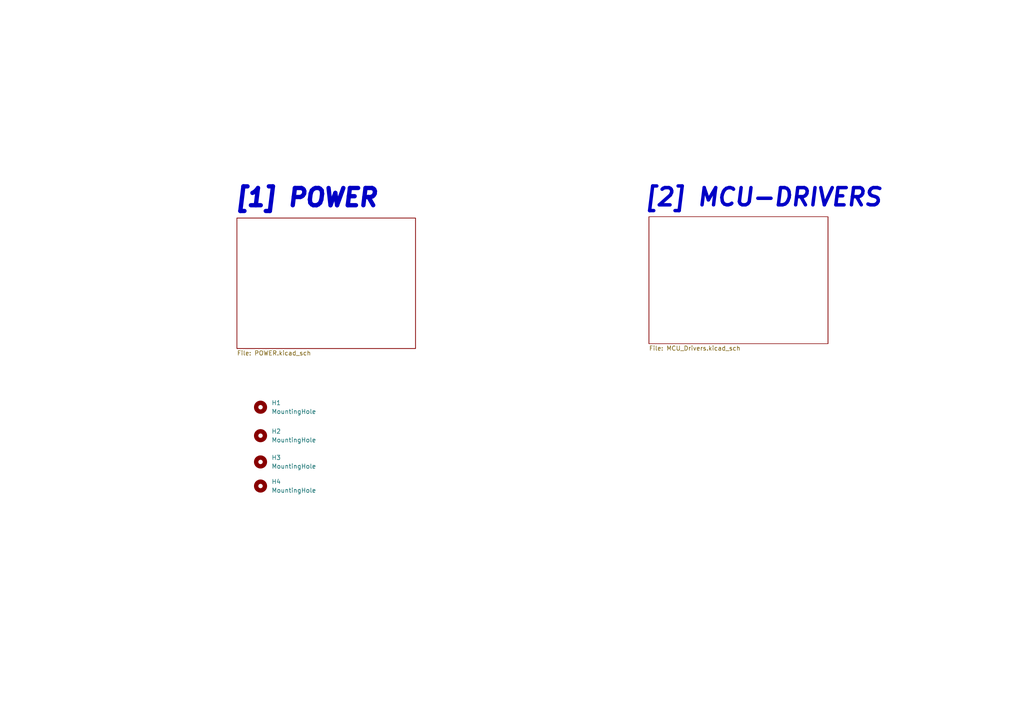
<source format=kicad_sch>
(kicad_sch (version 20230121) (generator eeschema)
  (paper "A4")
  (lib_symbols
    (symbol "Mechanical:MountingHole" (pin_names (offset 1.016))
      (property "Reference" "H" (at 0 5.08 0))
      (property "Value" "MountingHole" (at 0 3.175 0))
      (symbol "MountingHole_0_1"
        (circle (center 0 0) (radius 1.27) (stroke (width 1.27)))
      )
    )
  )
  (text "[2] MCU-DRIVERS" (at 186.563 60.325 0) (effects (font (size 5 5) bold italic) (justify left bottom)))
  (text "[1] POWER" (at 67.691 60.452 0) (effects (font (size 5 5) (thickness 2) bold italic) (justify left bottom)))
  (symbol (lib_id "Mechanical:MountingHole") (at 75.565 133.985 0) (unit 1)
    (property "Reference" "H3" (at 78.74 132.715 0) (effects (justify left)))
    (property "Value" "MountingHole" (at 78.74 135.255 0) (effects (justify left)))
    (property "Footprint" "MountingHole:MountingHole_3.2mm_M3" (effects hide))
  )
  (symbol (lib_id "Mechanical:MountingHole") (at 75.565 126.365 0) (unit 1)
    (property "Reference" "H2" (at 78.74 125.095 0) (effects (justify left)))
    (property "Value" "MountingHole" (at 78.74 127.635 0) (effects (justify left)))
    (property "Footprint" "MountingHole:MountingHole_3.2mm_M3" (effects hide))
  )
  (symbol (lib_id "Mechanical:MountingHole") (at 75.565 118.11 0) (unit 1)
    (property "Reference" "H1" (at 78.74 116.84 0) (effects (justify left)))
    (property "Value" "MountingHole" (at 78.74 119.38 0) (effects (justify left)))
    (property "Footprint" "MountingHole:MountingHole_3.2mm_M3" (effects hide))
  )
  (symbol (lib_id "Mechanical:MountingHole") (at 75.565 140.97 0) (unit 1)
    (property "Reference" "H4" (at 78.74 139.7 0) (effects (justify left)))
    (property "Value" "MountingHole" (at 78.74 142.24 0) (effects (justify left)))
    (property "Footprint" "MountingHole:MountingHole_3.2mm_M3" (effects hide))
  )
  (sheet (at 188.214 62.865) (size 51.943 36.83) (stroke (width 0.1524))
    (property "Sheetname" "MCU_Drivers" (effects hide))
    (property "Sheetfile" "MCU_Drivers.kicad_sch" (at 188.214 100.2796 0) (effects (justify left top)))
  )
  (sheet (at 68.707 63.246) (size 51.816 37.846) (stroke (width 0.1524))
    (property "Sheetname" "POWER" (effects hide))
    (property "Sheetfile" "POWER.kicad_sch" (at 68.707 101.6766 0) (effects (justify left top)))
  )
)
</source>
